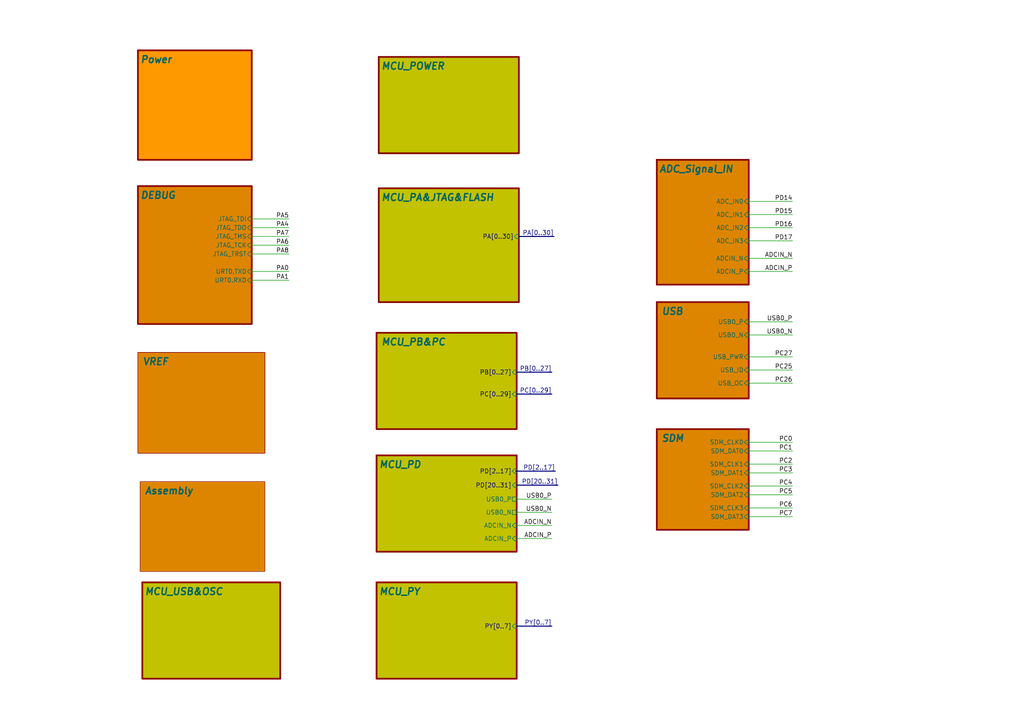
<source format=kicad_sch>
(kicad_sch (version 20230121) (generator eeschema)
  (paper "A4")
  (title_block (title "HPM6P00EVKRevB") (date "2024-10-13") (rev "RevB") (comment 1 "MAINENTRY"))
  (lib_symbols)
  (wire (pts (xy 217.17 62.23) (xy 229.87 62.23)))
  (wire (pts (xy 217.17 103.505) (xy 229.87 103.505)))
  (wire (pts (xy 149.86 156.21) (xy 160.02 156.21)))
  (wire (pts (xy 217.17 69.85) (xy 229.87 69.85)))
  (wire (pts (xy 217.17 137.16) (xy 229.87 137.16)))
  (wire (pts (xy 217.17 134.62) (xy 229.87 134.62)))
  (wire (pts (xy 217.17 140.97) (xy 229.87 140.97)))
  (wire (pts (xy 217.17 130.81) (xy 229.87 130.81)))
  (wire (pts (xy 73.025 66.04) (xy 83.82 66.04)))
  (wire (pts (xy 73.025 63.5) (xy 83.82 63.5)))
  (wire (pts (xy 73.025 78.74) (xy 83.82 78.74)))
  (wire (pts (xy 217.17 78.74) (xy 229.87 78.74)))
  (wire (pts (xy 217.17 74.93) (xy 229.87 74.93)))
  (wire (pts (xy 73.025 68.58) (xy 83.82 68.58)))
  (wire (pts (xy 217.17 143.51) (xy 229.87 143.51)))
  (bus (pts (xy 149.86 107.95) (xy 160.02 107.95)))
  (wire (pts (xy 149.86 144.78) (xy 160.02 144.78)))
  (wire (pts (xy 73.025 73.66) (xy 83.82 73.66)))
  (wire (pts (xy 217.17 111.125) (xy 229.87 111.125)))
  (wire (pts (xy 217.17 149.86) (xy 229.87 149.86)))
  (wire (pts (xy 217.17 147.32) (xy 229.87 147.32)))
  (wire (pts (xy 217.17 58.42) (xy 229.87 58.42)))
  (bus (pts (xy 149.86 140.716) (xy 161.798 140.716)))
  (bus (pts (xy 150.495 68.58) (xy 160.655 68.58)))
  (wire (pts (xy 217.17 66.04) (xy 229.87 66.04)))
  (wire (pts (xy 73.025 81.28) (xy 83.82 81.28)))
  (wire (pts (xy 217.17 107.315) (xy 229.87 107.315)))
  (wire (pts (xy 229.87 93.345) (xy 217.17 93.345)))
  (wire (pts (xy 149.86 152.4) (xy 160.02 152.4)))
  (wire (pts (xy 149.86 148.59) (xy 160.02 148.59)))
  (wire (pts (xy 229.87 97.155) (xy 217.17 97.155)))
  (bus (pts (xy 149.86 181.61) (xy 160.02 181.61)))
  (wire (pts (xy 217.17 128.27) (xy 229.87 128.27)))
  (bus (pts (xy 149.606 136.652) (xy 161.036 136.652)))
  (bus (pts (xy 149.86 114.3) (xy 160.02 114.3)))
  (wire (pts (xy 73.025 71.12) (xy 83.82 71.12)))
  (label "PC6" (at 229.87 147.32 180))
  (label "PD14" (at 229.87 58.42 180))
  (label "PD17" (at 229.87 69.85 180))
  (label "USB0_N" (at 229.87 97.155 180))
  (label "PA7" (at 83.82 68.58 180))
  (label "PC26" (at 229.87 111.125 180))
  (label "PC[0..29]" (at 160.02 114.3 180))
  (label "PA6" (at 83.82 71.12 180))
  (label "PD15" (at 229.87 62.23 180))
  (label "PA1" (at 83.82 81.28 180))
  (label "PC3" (at 229.87 137.16 180))
  (label "PB[0..27]" (at 160.02 107.95 180))
  (label "ADCIN_N" (at 160.02 152.4 180))
  (label "PD[20..31]" (at 161.798 140.716 180))
  (label "PA[0..30]" (at 160.655 68.58 180))
  (label "PA8" (at 83.82 73.66 180))
  (label "ADCIN_P" (at 229.87 78.74 180))
  (label "PD16" (at 229.87 66.04 180))
  (label "PC5" (at 229.87 143.51 180))
  (label "PC4" (at 229.87 140.97 180))
  (label "PC27" (at 229.87 103.505 180))
  (label "PC1" (at 229.87 130.81 180))
  (label "PC25" (at 229.87 107.315 180))
  (label "ADCIN_P" (at 160.02 156.21 180))
  (label "PY[0..7]" (at 160.02 181.61 180))
  (label "PC2" (at 229.87 134.62 180))
  (label "PA4" (at 83.82 66.04 180))
  (label "PC7" (at 229.87 149.86 180))
  (label "USB0_P" (at 229.87 93.345 180))
  (label "USB0_P" (at 160.02 144.78 180))
  (label "ADCIN_N" (at 229.87 74.93 180))
  (label "PA5" (at 83.82 63.5 180))
  (label "PC0" (at 229.87 128.27 180))
  (label "PD[2..17]" (at 161.036 136.652 180))
  (label "PA0" (at 83.82 78.74 180))
  (label "USB0_N" (at 160.02 148.59 180))
  (sheet (at 40.64 139.7) (size 36.195 26.035) (stroke (width 0.1524)) (fill (color 221 133 0 1.0000))
    (property "Sheetname" "Assembly" (at 41.91 143.51 0) (effects (font (size 2 2) bold italic) (justify left bottom)))
    (property "Sheetfile" "Assembly.kicad_sch" (effects hide))
  )
  (sheet (at 190.5 87.63) (size 26.67 27.94) (stroke (width 0.5)) (fill (color 221 133 0 1.0000))
    (property "Sheetname" "USB" (at 191.77 91.44 0) (effects (font (size 2 2) bold italic) (justify left bottom)))
    (property "Sheetfile" "USB.kicad_sch" (effects hide))
    (pin "USB_OC" input (at 217.17 111.125 0))
    (pin "USB0_P" input (at 217.17 93.345 0))
    (pin "USB0_N" input (at 217.17 97.155 0))
    (pin "USB_ID" input (at 217.17 107.315 0))
    (pin "USB_PWR" input (at 217.17 103.505 0))
  )
  (sheet (at 40.005 14.605) (size 33.02 31.75) (stroke (width 0.5)) (fill (color 255 153 0 1.0000))
    (property "Sheetname" "Power" (at 40.64 18.415 0) (effects (font (size 2 2) bold italic) (justify left bottom)))
    (property "Sheetfile" "Power.kicad_sch" (effects hide))
  )
  (sheet (at 109.855 16.51) (size 40.64 27.94) (stroke (width 0.5)) (fill (color 194 194 0 1.0000))
    (property "Sheetname" "MCU_POWER" (at 110.49 20.32 0) (effects (font (size 2 2) bold italic) (justify left bottom)))
    (property "Sheetfile" "MCU_POWER.kicad_sch" (effects hide))
  )
  (sheet (at 109.22 168.91) (size 40.64 27.94) (stroke (width 0.5)) (fill (color 194 194 0 1.0000))
    (property "Sheetname" "MCU_PY" (at 109.855 172.72 0) (effects (font (size 2 2) bold italic) (justify left bottom)))
    (property "Sheetfile" "MCU_PY.kicad_sch" (effects hide))
    (pin "PY[0..7]" input (at 149.86 181.61 0))
  )
  (sheet (at 109.855 54.61) (size 40.64 33.02) (stroke (width 0.5)) (fill (color 194 194 0 1.0000))
    (property "Sheetname" "MCU_PA&JTAG&FLASH" (at 110.49 58.42 0) (effects (font (size 2 2) bold italic) (justify left bottom)))
    (property "Sheetfile" "MCU_PA&JTAG&FLASH.kicad_sch" (effects hide))
    (pin "PA[0..30]" input (at 150.495 68.58 0))
  )
  (sheet (at 40.005 102.235) (size 36.83 29.21) (stroke (width 0.2)) (fill (color 221 133 0 1.0000))
    (property "Sheetname" "VREF" (at 41.275 106.045 0) (effects (font (size 2 2) bold italic) (justify left bottom)))
    (property "Sheetfile" "VREF.kicad_sch" (effects hide))
  )
  (sheet (at 190.5 124.46) (size 26.67 29.21) (stroke (width 0.5)) (fill (color 221 133 0 1.0000))
    (property "Sheetname" "SDM" (at 191.77 128.27 0) (effects (font (size 2 2) bold italic) (justify left bottom)))
    (property "Sheetfile" "SDM.kicad_sch" (effects hide))
    (pin "SDM_CLK0" input (at 217.17 128.27 0))
    (pin "SDM_CLK3" input (at 217.17 147.32 0))
    (pin "SDM_CLK1" input (at 217.17 134.62 0))
    (pin "SDM_CLK2" input (at 217.17 140.97 0))
    (pin "SDM_DAT1" input (at 217.17 137.16 0))
    (pin "SDM_DAT2" input (at 217.17 143.51 0))
    (pin "SDM_DAT3" input (at 217.17 149.86 0))
    (pin "SDM_DAT0" input (at 217.17 130.81 0))
  )
  (sheet (at 40.005 53.975) (size 33.02 40.005) (stroke (width 0.5)) (fill (color 221 133 0 1.0000))
    (property "Sheetname" "DEBUG" (at 40.64 57.785 0) (effects (font (size 2 2) bold italic) (justify left bottom)))
    (property "Sheetfile" "DEBUG.kicad_sch" (effects hide))
    (pin "JTAG_TRST" input (at 73.025 73.66 0))
    (pin "JTAG_TCK" input (at 73.025 71.12 0))
    (pin "JTAG_TMS" input (at 73.025 68.58 0))
    (pin "JTAG_TDO" input (at 73.025 66.04 0))
    (pin "JTAG_TDI" input (at 73.025 63.5 0))
    (pin "URT0.TXD" input (at 73.025 78.74 0))
    (pin "URT0.RXD" input (at 73.025 81.28 0))
  )
  (sheet (at 41.275 168.91) (size 40.005 27.94) (stroke (width 0.5)) (fill (color 194 194 0 1.0000))
    (property "Sheetname" "MCU_USB&OSC" (at 41.91 172.72 0) (effects (font (size 2 2) bold italic) (justify left bottom)))
    (property "Sheetfile" "MCU_USB&OSC.kicad_sch" (effects hide))
  )
  (sheet (at 109.22 132.08) (size 40.64 27.94) (stroke (width 0.5)) (fill (color 194 194 0 1.0000))
    (property "Sheetname" "MCU_PD" (at 109.855 135.89 0) (effects (font (size 2 2) bold italic) (justify left bottom)))
    (property "Sheetfile" "MCU_PD.kicad_sch" (effects hide))
    (pin "USB0_P" passive (at 149.86 144.78 0))
    (pin "USB0_N" passive (at 149.86 148.59 0))
    (pin "PD[2..17]" input (at 149.86 136.652 0))
    (pin "ADCIN_N" input (at 149.86 152.4 0))
    (pin "ADCIN_P" input (at 149.86 156.21 0))
    (pin "PD[20..31]" input (at 149.86 140.716 0))
  )
  (sheet (at 190.5 46.355) (size 26.67 36.195) (stroke (width 0.5)) (fill (color 221 133 0 1.0000))
    (property "Sheetname" "ADC_Signal_IN" (at 191.135 50.165 0) (effects (font (size 2 2) bold italic) (justify left bottom)))
    (property "Sheetfile" "ADC_Signal.kicad_sch" (effects hide))
    (pin "ADC_IN0" input (at 217.17 58.42 0))
    (pin "ADC_IN1" input (at 217.17 62.23 0))
    (pin "ADC_IN2" input (at 217.17 66.04 0))
    (pin "ADC_IN3" input (at 217.17 69.85 0))
    (pin "ADCIN_N" input (at 217.17 74.93 0))
    (pin "ADCIN_P" input (at 217.17 78.74 0))
  )
  (sheet (at 109.22 96.52) (size 40.64 27.94) (stroke (width 0.5)) (fill (color 194 194 0 1.0000))
    (property "Sheetname" "MCU_PB&PC" (at 110.49 100.33 0) (effects (font (size 2 2) bold italic) (justify left bottom)))
    (property "Sheetfile" "MCU_PB&PC.kicad_sch" (effects hide))
    (pin "PC[0..29]" input (at 149.86 114.3 0))
    (pin "PB[0..27]" input (at 149.86 107.95 0))
  )
)
</source>
